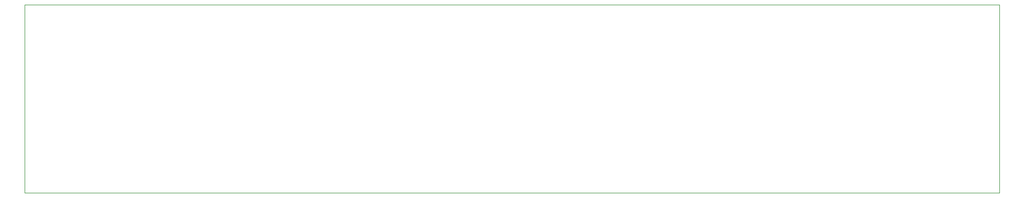
<source format=gbr>
G04 #@! TF.GenerationSoftware,KiCad,Pcbnew,7.0.9-7.0.9~ubuntu22.04.1*
G04 #@! TF.CreationDate,2023-12-29T17:37:10+01:00*
G04 #@! TF.ProjectId,Geiger Tube Driver,47656967-6572-4205-9475-626520447269,1.1*
G04 #@! TF.SameCoordinates,Original*
G04 #@! TF.FileFunction,Profile,NP*
%FSLAX46Y46*%
G04 Gerber Fmt 4.6, Leading zero omitted, Abs format (unit mm)*
G04 Created by KiCad (PCBNEW 7.0.9-7.0.9~ubuntu22.04.1) date 2023-12-29 17:37:10*
%MOMM*%
%LPD*%
G01*
G04 APERTURE LIST*
G04 #@! TA.AperFunction,Profile*
%ADD10C,0.100000*%
G04 #@! TD*
G04 APERTURE END LIST*
D10*
X71770000Y-86090000D02*
X229270000Y-86090000D01*
X229270000Y-116590000D01*
X71770000Y-116590000D01*
X71770000Y-86090000D01*
M02*

</source>
